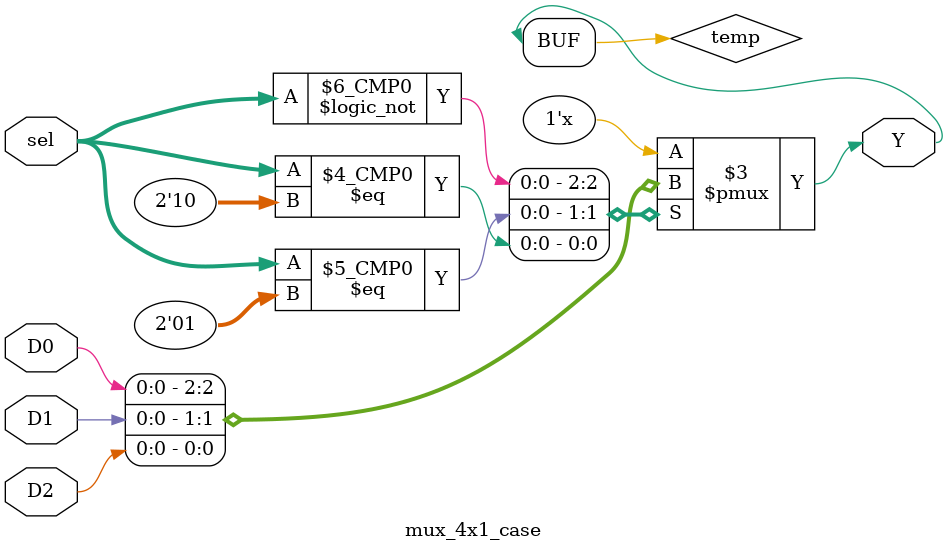
<source format=v>

`timescale 1ns / 1ps

module mux_4x1_case(
    input D0,
    input D1,
    input D2,
    input [1:0] sel, // S0 Y S1
    output Y
    );
    reg temp;
    
    always@(*)begin
     case(sel)
            2'b00: temp = D0;  
            2'b01: temp = D1;
            2'b10: temp = D2;
            2'b11: temp = 2'bxxx;
     endcase  
    end

    
    assign Y = temp;
    
endmodule

</source>
